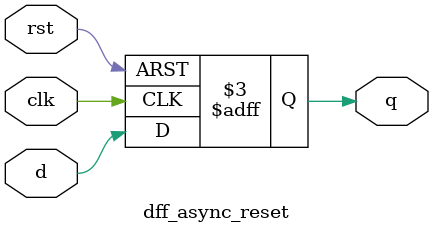
<source format=v>
`timescale 1ns / 1ps


module dff_async_reset( d,clk,rst,q );
    output q;
    input d,clk,rst;
    reg q;
    always@(posedge clk or negedge rst)
        if(~rst)
            q<=1'b0;
        else
            q<=d;
endmodule

</source>
